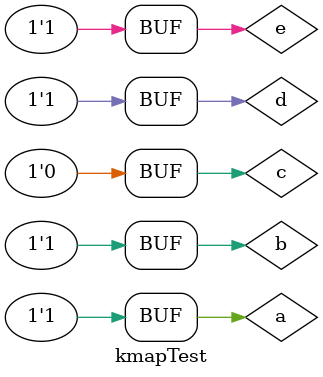
<source format=v>

module K1(
   input a,
   input b,
   input c,
   input d,
   output f

);

assign f = (~b & c) | (~a & b & d) | (a & ~c & ~d);

endmodule

module K2(
   input a,
   input b,
   input c,
   input d,
   input e,
   output f
);

assign f = (b&e) | (~a&~b&c&~e) | (~a&~c&d&e) | (a&~c&d&~e);

endmodule

module kmapTest();
    reg a;
    reg b;
    reg c;
    reg d;
    reg e;
    wire f;
    
    K1 new_map1(
       .a(a),
       .b(b),
       .c(c),
       .d(d),
       .f(f1)
    );
    initial begin
        a=0;
        b=0;
        c=0;
        d=0;
        #100;
        a=1;
        b=0;
        c=1;
        d=1;
        #100;
        a=0;
        b=1;
        c=1;
        d=0;
        #100;
        a=1;
        b=1;
        c=0;
        d=1;
        //$stop();
    end
    
    
    
    K2 new_map2(
        .a(a),
        .b(b),
        .c(c),
        .d(d),
        .e(e),
        .f(f2)
    );
    
        initial begin
        a=0;
        b=0;
        c=0;
        d=0;
        e=0;
        #100;
        a=1;
        b=0;
        c=1;
        d=1;
        e=0;
        #100;
        a=0;
        b=1;
        c=1;
        d=0;
        e=1;
        #100;
        a=1;
        b=1;
        c=0;
        d=1;
        e=1;
        //$stop();
    end
endmodule


</source>
